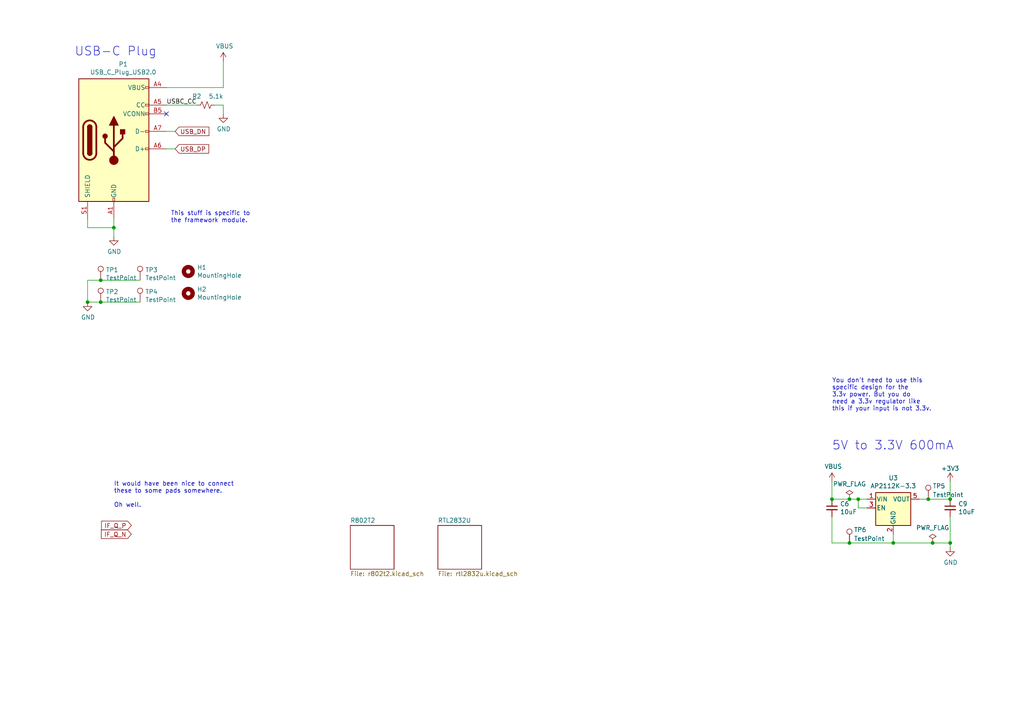
<source format=kicad_sch>
(kicad_sch (version 20230121) (generator eeschema)
  (paper "A4")
  (lib_symbols
    (symbol "Connector:TestPoint" (pin_numbers hide) (pin_names (offset 0.762) hide)
      (property "Reference" "TP" (at 0 6.858 0))
      (property "Value" "TestPoint" (at 0 5.08 0))
      (symbol "TestPoint_0_1"
        (circle (center 0 3.302) (radius 0.762))
      )
      (symbol "TestPoint_1_1"
        (pin passive line (at 0 0 90) (length 2.54) (name "1") (number "1"))
      )
    )
    (symbol "Connector:USB_C_Plug_USB2.0" (pin_names (offset 1.016))
      (property "Reference" "P" (at -10.16 19.05 0))
      (property "Value" "USB_C_Plug_USB2.0" (at 12.7 19.05 0))
      (symbol "USB_C_Plug_USB2.0_0_0"
        (rectangle (start -0.254 -17.78) (end 0.254 -16.764))
        (rectangle (start 10.16 -2.286) (end 9.144 -2.794))
        (rectangle (start 10.16 2.794) (end 9.144 2.286))
        (rectangle (start 10.16 7.874) (end 9.144 7.366))
        (rectangle (start 10.16 10.414) (end 9.144 9.906))
        (rectangle (start 10.16 15.494) (end 9.144 14.986))
      )
      (symbol "USB_C_Plug_USB2.0_0_1"
        (rectangle (start -10.16 17.78) (end 10.16 -17.78) (stroke (width 0.254)) (fill (type background)))
        (arc (start -8.89 -3.81) (mid -6.985 -5.7067) (end -5.08 -3.81) (stroke (width 0.508)))
        (arc (start -7.62 -3.81) (mid -6.985 -4.4423) (end -6.35 -3.81) (stroke (width 0.254)))
        (arc (start -7.62 -3.81) (mid -6.985 -4.4423) (end -6.35 -3.81) (stroke (width 0.254)) (fill (type outline)))
        (rectangle (start -7.62 -3.81) (end -6.35 3.81) (stroke (width 0.254)) (fill (type outline)))
        (arc (start -6.35 3.81) (mid -6.985 4.4423) (end -7.62 3.81) (stroke (width 0.254)))
        (arc (start -6.35 3.81) (mid -6.985 4.4423) (end -7.62 3.81) (stroke (width 0.254)) (fill (type outline)))
        (arc (start -5.08 3.81) (mid -6.985 5.7067) (end -8.89 3.81) (stroke (width 0.508)))
        (circle (center -2.54 1.143) (radius 0.635) (stroke (width 0.254)) (fill (type outline)))
        (circle (center 0 -5.842) (radius 1.27) (fill (type outline)))
        (polyline (pts (xy -8.89 -3.81) (xy -8.89 3.81)) (stroke (width 0.508)))
        (polyline (pts (xy -5.08 3.81) (xy -5.08 -3.81)) (stroke (width 0.508)))
        (polyline (pts (xy 0 -5.842) (xy 0 4.318)) (stroke (width 0.508)))
        (polyline (pts (xy 0 -3.302) (xy -2.54 -0.762) (xy -2.54 0.508)) (stroke (width 0.508)))
        (polyline (pts (xy 0 -2.032) (xy 2.54 0.508) (xy 2.54 1.778)) (stroke (width 0.508)))
        (polyline (pts (xy -1.27 4.318) (xy 0 6.858) (xy 1.27 4.318) (xy -1.27 4.318)) (stroke (width 0.254)) (fill (type outline)))
        (rectangle (start 1.905 1.778) (end 3.175 3.048) (stroke (width 0.254)) (fill (type outline)))
      )
      (symbol "USB_C_Plug_USB2.0_1_1"
        (pin passive line (at 0 -22.86 90) (length 5.08) (name "GND") (number "A1"))
        (pin passive line (at 0 -22.86 90) (length 5.08) hide (name "GND") (number "A12"))
        (pin passive line (at 15.24 15.24 180) (length 5.08) (name "VBUS") (number "A4"))
        (pin bidirectional line (at 15.24 10.16 180) (length 5.08) (name "CC") (number "A5"))
        (pin bidirectional line (at 15.24 -2.54 180) (length 5.08) (name "D+") (number "A6"))
        (pin bidirectional line (at 15.24 2.54 180) (length 5.08) (name "D-") (number "A7"))
        (pin passive line (at 15.24 15.24 180) (length 5.08) hide (name "VBUS") (number "A9"))
        (pin passive line (at 0 -22.86 90) (length 5.08) hide (name "GND") (number "B1"))
        (pin passive line (at 0 -22.86 90) (length 5.08) hide (name "GND") (number "B12"))
        (pin passive line (at 15.24 15.24 180) (length 5.08) hide (name "VBUS") (number "B4"))
        (pin bidirectional line (at 15.24 7.62 180) (length 5.08) (name "VCONN") (number "B5"))
        (pin passive line (at 15.24 15.24 180) (length 5.08) hide (name "VBUS") (number "B9"))
        (pin passive line (at -7.62 -22.86 90) (length 5.08) (name "SHIELD") (number "S1"))
      )
    )
    (symbol "Device:C_Small" (pin_numbers hide) (pin_names (offset 0.254) hide)
      (property "Reference" "C" (at 0.254 1.778 0))
      (property "Value" "C_Small" (at 0.254 -2.032 0))
      (symbol "C_Small_0_1"
        (polyline (pts (xy -1.524 -0.508) (xy 1.524 -0.508)) (stroke (width 0.3302)))
        (polyline (pts (xy -1.524 0.508) (xy 1.524 0.508)) (stroke (width 0.3048)))
      )
      (symbol "C_Small_1_1"
        (pin passive line (at 0 2.54 270) (length 2.032) (name "~") (number "1"))
        (pin passive line (at 0 -2.54 90) (length 2.032) (name "~") (number "2"))
      )
    )
    (symbol "Device:R_Small_US" (pin_numbers hide) (pin_names (offset 0.254) hide)
      (property "Reference" "R" (at 0.762 0.508 0))
      (property "Value" "R_Small_US" (at 0.762 -1.016 0))
      (symbol "R_Small_US_1_1"
        (polyline (pts (xy 0 0) (xy 1.016 -0.381) (xy 0 -0.762) (xy -1.016 -1.143) (xy 0 -1.524)))
        (polyline (pts (xy 0 1.524) (xy 1.016 1.143) (xy 0 0.762) (xy -1.016 0.381) (xy 0 0)))
        (pin passive line (at 0 2.54 270) (length 1.016) (name "~") (number "1"))
        (pin passive line (at 0 -2.54 90) (length 1.016) (name "~") (number "2"))
      )
    )
    (symbol "Mechanical:MountingHole" (pin_names (offset 1.016))
      (property "Reference" "H" (at 0 5.08 0))
      (property "Value" "MountingHole" (at 0 3.175 0))
      (symbol "MountingHole_0_1"
        (circle (center 0 0) (radius 1.27) (stroke (width 1.27)))
      )
    )
    (symbol "Regulator_Linear:AP2112K-3.3" (pin_names (offset 0.254))
      (property "Reference" "U" (at -5.08 5.715 0))
      (property "Value" "AP2112K-3.3" (at 0 5.715 0))
      (symbol "AP2112K-3.3_0_1"
        (rectangle (start -5.08 4.445) (end 5.08 -5.08) (stroke (width 0.254)) (fill (type background)))
      )
      (symbol "AP2112K-3.3_1_1"
        (pin power_in line (at -7.62 2.54 0) (length 2.54) (name "VIN") (number "1"))
        (pin power_in line (at 0 -7.62 90) (length 2.54) (name "GND") (number "2"))
        (pin input line (at -7.62 0 0) (length 2.54) (name "EN") (number "3"))
        (pin no_connect line (at 5.08 0 180) (length 2.54) hide (name "NC") (number "4"))
        (pin power_out line (at 7.62 2.54 180) (length 2.54) (name "VOUT") (number "5"))
      )
    )
    (symbol "power:+3V3" (power) (pin_names (offset 0))
      (property "Value" "+3V3" (at 0 3.556 0))
      (symbol "+3V3_0_1"
        (polyline (pts (xy -0.762 1.27) (xy 0 2.54)))
        (polyline (pts (xy 0 0) (xy 0 2.54)))
        (polyline (pts (xy 0 2.54) (xy 0.762 1.27)))
      )
      (symbol "+3V3_1_1"
        (pin power_in line (at 0 0 90) (length 0) hide (name "+3V3") (number "1"))
      )
    )
    (symbol "power:GND" (power) (pin_names (offset 0))
      (property "Value" "GND" (at 0 -3.81 0))
      (symbol "GND_0_1"
        (polyline (pts (xy 0 0) (xy 0 -1.27) (xy 1.27 -1.27) (xy 0 -2.54) (xy -1.27 -1.27) (xy 0 -1.27)))
      )
      (symbol "GND_1_1"
        (pin power_in line (at 0 0 270) (length 0) hide (name "GND") (number "1"))
      )
    )
    (symbol "power:PWR_FLAG" (power) (pin_numbers hide) (pin_names (offset 0) hide)
      (property "Value" "PWR_FLAG" (at 0 3.81 0))
      (symbol "PWR_FLAG_0_0"
        (pin power_out line (at 0 0 90) (length 0) (name "pwr") (number "1"))
      )
      (symbol "PWR_FLAG_0_1"
        (polyline (pts (xy 0 0) (xy 0 1.27) (xy -1.016 1.905) (xy 0 2.54) (xy 1.016 1.905) (xy 0 1.27)))
      )
    )
    (symbol "power:VBUS" (power) (pin_names (offset 0))
      (property "Value" "VBUS" (at 0 3.81 0))
      (symbol "VBUS_0_1"
        (polyline (pts (xy -0.762 1.27) (xy 0 2.54)))
        (polyline (pts (xy 0 0) (xy 0 2.54)))
        (polyline (pts (xy 0 2.54) (xy 0.762 1.27)))
      )
      (symbol "VBUS_1_1"
        (pin power_in line (at 0 0 90) (length 0) hide (name "VBUS") (number "1"))
      )
    )
  )
  (junction (at 33.02 66.04))
  (junction (at 275.59 157.48))
  (junction (at 259.08 157.48))
  (junction (at 241.3 144.78))
  (junction (at 29.21 81.28))
  (junction (at 248.92 144.78))
  (junction (at 29.21 87.63))
  (junction (at 270.51 157.48))
  (junction (at 275.59 144.78))
  (junction (at 269.24 144.78))
  (junction (at 246.38 157.48))
  (junction (at 25.4 87.63))
  (junction (at 246.38 144.78))
  (no_connect (at 48.26 33.02))
  (wire (pts (xy 29.21 81.28) (xy 25.4 81.28)))
  (wire (pts (xy 269.24 144.78) (xy 275.59 144.78)))
  (wire (pts (xy 241.3 157.48) (xy 246.38 157.48)))
  (wire (pts (xy 275.59 139.7) (xy 275.59 144.78)))
  (wire (pts (xy 33.02 66.04) (xy 33.02 63.5)))
  (wire (pts (xy 48.26 43.18) (xy 50.8 43.18)))
  (wire (pts (xy 275.59 157.48) (xy 275.59 158.75)))
  (wire (pts (xy 29.21 87.63) (xy 40.64 87.63)))
  (wire (pts (xy 266.7 144.78) (xy 269.24 144.78)))
  (wire (pts (xy 248.92 147.32) (xy 248.92 144.78)))
  (wire (pts (xy 48.26 30.48) (xy 57.15 30.48)))
  (wire (pts (xy 48.26 25.4) (xy 64.77 25.4)))
  (wire (pts (xy 64.77 25.4) (xy 64.77 17.78)))
  (wire (pts (xy 62.23 30.48) (xy 64.77 30.48)))
  (wire (pts (xy 246.38 144.78) (xy 248.92 144.78)))
  (wire (pts (xy 246.38 157.48) (xy 259.08 157.48)))
  (wire (pts (xy 259.08 154.94) (xy 259.08 157.48)))
  (wire (pts (xy 275.59 149.86) (xy 275.59 157.48)))
  (wire (pts (xy 64.77 30.48) (xy 64.77 33.02)))
  (wire (pts (xy 251.46 147.32) (xy 248.92 147.32)))
  (wire (pts (xy 270.51 157.48) (xy 275.59 157.48)))
  (wire (pts (xy 241.3 149.86) (xy 241.3 157.48)))
  (wire (pts (xy 40.64 81.28) (xy 29.21 81.28)))
  (wire (pts (xy 25.4 87.63) (xy 29.21 87.63)))
  (wire (pts (xy 241.3 139.7) (xy 241.3 144.78)))
  (wire (pts (xy 48.26 38.1) (xy 50.8 38.1)))
  (wire (pts (xy 25.4 81.28) (xy 25.4 87.63)))
  (wire (pts (xy 33.02 68.58) (xy 33.02 66.04)))
  (wire (pts (xy 248.92 144.78) (xy 251.46 144.78)))
  (wire (pts (xy 25.4 63.5) (xy 25.4 66.04)))
  (wire (pts (xy 259.08 157.48) (xy 270.51 157.48)))
  (wire (pts (xy 25.4 66.04) (xy 33.02 66.04)))
  (wire (pts (xy 241.3 144.78) (xy 246.38 144.78)))
  (text "USB-C Plug" (at 21.59 16.51 0) (effects (font (size 2.54 2.54)) (justify left bottom)))
  (text "It would have been nice to connect\nthese to some pads somewhere.\n\nOh well." (at 33.02 147.32 0) (effects (font (size 1.27 1.27)) (justify left bottom)))
  (text "5V to 3.3V 600mA" (at 241.3 130.81 0) (effects (font (size 2.54 2.54)) (justify left bottom)))
  (text "This stuff is specific to\nthe framework module." (at 49.53 64.77 0) (effects (font (size 1.27 1.27)) (justify left bottom)))
  (text "You don't need to use this\nspecific design for the\n3.3v power. But you do\nneed a 3.3v regulator like\nthis if your input is not 3.3v." (at 241.3 119.38 0) (effects (font (size 1.27 1.27)) (justify left bottom)))
  (label "USBC_CC" (at 48.26 30.48 0))
  (global_label "IF_Q_P" (shape input) (at 38.1 152.4 180) (property "Intersheetrefs" "${INTERSHEET_REFS}" (effects hide)))
  (global_label "USB_DN" (shape input) (at 50.8 38.1 0) (property "Intersheetrefs" "${INTERSHEET_REFS}" (effects hide)))
  (global_label "IF_Q_N" (shape input) (at 38.1 154.94 180) (property "Intersheetrefs" "${INTERSHEET_REFS}" (effects hide)))
  (global_label "USB_DP" (shape input) (at 50.8 43.18 0) (property "Intersheetrefs" "${INTERSHEET_REFS}" (effects hide)))
  (symbol (lib_id "Mechanical:MountingHole") (at 54.61 85.09 0) (unit 1)
    (property "Reference" "H2" (at 57.15 83.9216 0) (effects (justify left)))
    (property "Value" "MountingHole" (at 57.15 86.233 0) (effects (justify left)))
    (property "Footprint" "MountingHole:MountingHole_2.2mm_M2" (effects hide))
  )
  (symbol (lib_id "Connector:USB_C_Plug_USB2.0") (at 33.02 40.64 0) (unit 1)
    (property "Reference" "P1" (at 35.7378 18.6182 0))
    (property "Value" "USB_C_Plug_USB2.0" (at 35.7378 20.9296 0))
    (property "Footprint" "Framework:FW_USB_C_Plug_Molex_105444" (effects hide))
    (property "Datasheet" "https://www.usb.org/sites/default/files/documents/usb_type-c.zip" (effects hide))
  )
  (symbol (lib_id "Device:C_Small") (at 241.3 147.32 0) (unit 1)
    (property "Reference" "C6" (at 243.6368 146.1516 0) (effects (justify left)))
    (property "Value" "10uF" (at 243.6368 148.463 0) (effects (justify left)))
    (property "Footprint" "Capacitor_SMD:C_0805_2012Metric" (effects hide))
  )
  (symbol (lib_id "power:VBUS") (at 241.3 139.7 0) (unit 1)
    (property "Reference" "#PWR04" (effects hide))
    (property "Value" "VBUS" (at 241.681 135.3058 0))
  )
  (symbol (lib_id "power:GND") (at 25.4 87.63 0) (unit 1)
    (property "Reference" "#PWR07" (effects hide))
    (property "Value" "GND" (at 25.527 92.0242 0))
  )
  (symbol (lib_id "power:+3V3") (at 275.59 139.7 0) (unit 1)
    (property "Reference" "#PWR05" (effects hide))
    (property "Value" "+3V3" (at 275.59 135.89 0))
  )
  (symbol (lib_id "Connector:TestPoint") (at 40.64 81.28 0) (unit 1)
    (property "Reference" "TP3" (at 42.1132 78.2828 0) (effects (justify left)))
    (property "Value" "TestPoint" (at 42.1132 80.5942 0) (effects (justify left)))
    (property "Footprint" "TestPoint:TestPoint_Pad_1.5x1.5mm" (effects hide))
  )
  (symbol (lib_id "Device:R_Small_US") (at 59.69 30.48 90) (unit 1)
    (property "Reference" "R2" (at 58.42 27.94 90) (effects (justify left)))
    (property "Value" "5.1k" (at 64.77 27.94 90) (effects (justify left)))
    (property "Footprint" "Resistor_SMD:R_0402_1005Metric" (effects hide))
  )
  (symbol (lib_id "Regulator_Linear:AP2112K-3.3") (at 259.08 147.32 0) (unit 1)
    (property "Reference" "U3" (at 259.08 138.6332 0))
    (property "Value" "AP2112K-3.3" (at 259.08 140.9446 0))
    (property "Footprint" "Package_TO_SOT_SMD:SOT-23-5" (effects hide))
    (property "Datasheet" "https://www.diodes.com/assets/Datasheets/AP2112.pdf" (effects hide))
  )
  (symbol (lib_id "power:PWR_FLAG") (at 246.38 144.78 0) (unit 1)
    (property "Reference" "#FLG01" (effects hide))
    (property "Value" "PWR_FLAG" (at 246.38 140.3858 0))
  )
  (symbol (lib_id "Device:C_Small") (at 275.59 147.32 0) (unit 1)
    (property "Reference" "C9" (at 277.9268 146.1516 0) (effects (justify left)))
    (property "Value" "10uF" (at 277.9268 148.463 0) (effects (justify left)))
    (property "Footprint" "Capacitor_SMD:C_0805_2012Metric" (effects hide))
  )
  (symbol (lib_id "power:GND") (at 275.59 158.75 0) (unit 1)
    (property "Reference" "#PWR06" (effects hide))
    (property "Value" "GND" (at 275.717 163.1442 0))
  )
  (symbol (lib_id "Connector:TestPoint") (at 246.38 157.48 0) (unit 1)
    (property "Reference" "TP6" (at 247.65 153.67 0) (effects (justify left)))
    (property "Value" "TestPoint" (at 247.65 156.21 0) (effects (justify left)))
    (property "Footprint" "TestPoint:TestPoint_Pad_D1.0mm" (effects hide))
  )
  (symbol (lib_id "power:GND") (at 33.02 68.58 0) (unit 1)
    (property "Reference" "#PWR01" (effects hide))
    (property "Value" "GND" (at 33.147 72.9742 0))
  )
  (symbol (lib_id "Connector:TestPoint") (at 29.21 81.28 0) (unit 1)
    (property "Reference" "TP1" (at 30.6832 78.2828 0) (effects (justify left)))
    (property "Value" "TestPoint" (at 30.6832 80.5942 0) (effects (justify left)))
    (property "Footprint" "TestPoint:TestPoint_Pad_1.5x1.5mm" (effects hide))
  )
  (symbol (lib_id "Connector:TestPoint") (at 269.24 144.78 0) (unit 1)
    (property "Reference" "TP5" (at 270.51 140.97 0) (effects (justify left)))
    (property "Value" "TestPoint" (at 270.51 143.51 0) (effects (justify left)))
    (property "Footprint" "TestPoint:TestPoint_Pad_D1.0mm" (effects hide))
  )
  (symbol (lib_id "power:GND") (at 64.77 33.02 0) (unit 1)
    (property "Reference" "#PWR03" (effects hide))
    (property "Value" "GND" (at 64.897 37.4142 0))
  )
  (symbol (lib_id "Mechanical:MountingHole") (at 54.61 78.74 0) (unit 1)
    (property "Reference" "H1" (at 57.15 77.5716 0) (effects (justify left)))
    (property "Value" "MountingHole" (at 57.15 79.883 0) (effects (justify left)))
    (property "Footprint" "MountingHole:MountingHole_2.2mm_M2" (effects hide))
  )
  (symbol (lib_id "power:PWR_FLAG") (at 270.51 157.48 0) (unit 1)
    (property "Reference" "#FLG02" (effects hide))
    (property "Value" "PWR_FLAG" (at 270.51 153.0858 0))
  )
  (symbol (lib_id "Connector:TestPoint") (at 40.64 87.63 0) (unit 1)
    (property "Reference" "TP4" (at 42.1132 84.6328 0) (effects (justify left)))
    (property "Value" "TestPoint" (at 42.1132 86.9442 0) (effects (justify left)))
    (property "Footprint" "TestPoint:TestPoint_Pad_1.5x1.5mm" (effects hide))
  )
  (symbol (lib_id "Connector:TestPoint") (at 29.21 87.63 0) (unit 1)
    (property "Reference" "TP2" (at 30.6832 84.6328 0) (effects (justify left)))
    (property "Value" "TestPoint" (at 30.6832 86.9442 0) (effects (justify left)))
    (property "Footprint" "TestPoint:TestPoint_Pad_1.5x1.5mm" (effects hide))
  )
  (symbol (lib_id "power:VBUS") (at 64.77 17.78 0) (unit 1)
    (property "Reference" "#PWR02" (effects hide))
    (property "Value" "VBUS" (at 65.151 13.3858 0))
  )
  (sheet (at 127 152.4) (size 12.7 12.7) (stroke (width 0.1524))
    (property "Sheetname" "RTL2832U" (at 127 151.6884 0) (effects (justify left bottom)))
    (property "Sheetfile" "rtl2832u.kicad_sch" (at 127 165.6846 0) (effects (justify left top)))
  )
  (sheet (at 101.6 152.4) (size 12.7 12.7) (stroke (width 0.1524))
    (property "Sheetname" "R802T2" (at 101.6 151.6884 0) (effects (justify left bottom)))
    (property "Sheetfile" "r802t2.kicad_sch" (at 101.6 165.6846 0) (effects (justify left top)))
  )
)
</source>
